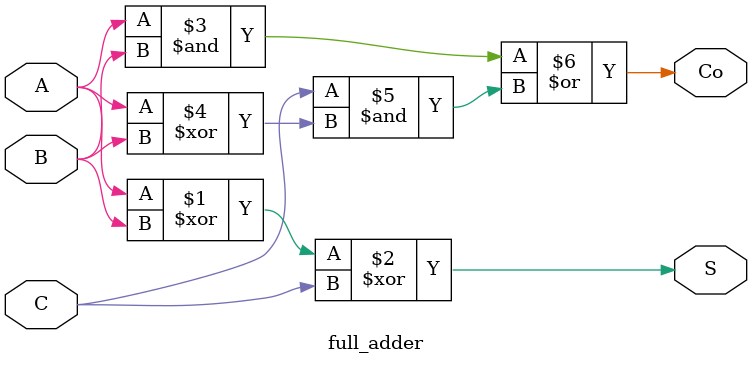
<source format=v>
module full_adder(input A,B,C,output S,Co);
  assign S=A^B^C;
  assign Co=(A&B)| (C & (A^B));
endmodule
  

</source>
